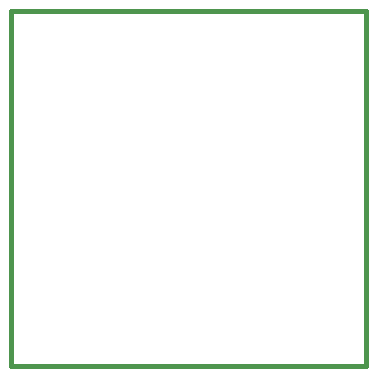
<source format=gko>
%FSLAX33Y33*%
%MOMM*%
%ADD10C,0.381*%
D10*
%LNpath-0*%
G01*
X-15000Y-15000D02*
X15000Y-15000D01*
X15000Y15000*
X-15000Y15000*
X-15000Y-15000*
%LNmechanical details_traces*%
M02*
</source>
